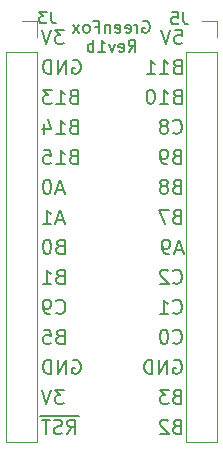
<source format=gbr>
%TF.GenerationSoftware,KiCad,Pcbnew,6.0.2-378541a8eb~116~ubuntu21.10.1*%
%TF.CreationDate,2022-02-16T23:17:44+01:00*%
%TF.ProjectId,GreenFox,47726565-6e46-46f7-982e-6b696361645f,Rev1*%
%TF.SameCoordinates,PX6d01460PY68c4118*%
%TF.FileFunction,Legend,Bot*%
%TF.FilePolarity,Positive*%
%FSLAX46Y46*%
G04 Gerber Fmt 4.6, Leading zero omitted, Abs format (unit mm)*
G04 Created by KiCad (PCBNEW 6.0.2-378541a8eb~116~ubuntu21.10.1) date 2022-02-16 23:17:44*
%MOMM*%
%LPD*%
G01*
G04 APERTURE LIST*
%ADD10C,0.150000*%
%ADD11C,0.200000*%
%ADD12C,0.120000*%
G04 APERTURE END LIST*
D10*
X12802857Y45110000D02*
X12898095Y45157620D01*
X13040952Y45157620D01*
X13183809Y45110000D01*
X13279047Y45014762D01*
X13326666Y44919524D01*
X13374285Y44729048D01*
X13374285Y44586191D01*
X13326666Y44395715D01*
X13279047Y44300477D01*
X13183809Y44205239D01*
X13040952Y44157620D01*
X12945714Y44157620D01*
X12802857Y44205239D01*
X12755238Y44252858D01*
X12755238Y44586191D01*
X12945714Y44586191D01*
X12326666Y44157620D02*
X12326666Y44824286D01*
X12326666Y44633810D02*
X12279047Y44729048D01*
X12231428Y44776667D01*
X12136190Y44824286D01*
X12040952Y44824286D01*
X11326666Y44205239D02*
X11421904Y44157620D01*
X11612380Y44157620D01*
X11707619Y44205239D01*
X11755238Y44300477D01*
X11755238Y44681429D01*
X11707619Y44776667D01*
X11612380Y44824286D01*
X11421904Y44824286D01*
X11326666Y44776667D01*
X11279047Y44681429D01*
X11279047Y44586191D01*
X11755238Y44490953D01*
X10469523Y44205239D02*
X10564761Y44157620D01*
X10755238Y44157620D01*
X10850476Y44205239D01*
X10898095Y44300477D01*
X10898095Y44681429D01*
X10850476Y44776667D01*
X10755238Y44824286D01*
X10564761Y44824286D01*
X10469523Y44776667D01*
X10421904Y44681429D01*
X10421904Y44586191D01*
X10898095Y44490953D01*
X9993333Y44824286D02*
X9993333Y44157620D01*
X9993333Y44729048D02*
X9945714Y44776667D01*
X9850476Y44824286D01*
X9707619Y44824286D01*
X9612380Y44776667D01*
X9564761Y44681429D01*
X9564761Y44157620D01*
X8755238Y44681429D02*
X9088571Y44681429D01*
X9088571Y44157620D02*
X9088571Y45157620D01*
X8612380Y45157620D01*
X8088571Y44157620D02*
X8183809Y44205239D01*
X8231428Y44252858D01*
X8279047Y44348096D01*
X8279047Y44633810D01*
X8231428Y44729048D01*
X8183809Y44776667D01*
X8088571Y44824286D01*
X7945714Y44824286D01*
X7850476Y44776667D01*
X7802857Y44729048D01*
X7755238Y44633810D01*
X7755238Y44348096D01*
X7802857Y44252858D01*
X7850476Y44205239D01*
X7945714Y44157620D01*
X8088571Y44157620D01*
X7421904Y44157620D02*
X6898095Y44824286D01*
X7421904Y44824286D02*
X6898095Y44157620D01*
X11588571Y42547620D02*
X11921904Y43023810D01*
X12160000Y42547620D02*
X12160000Y43547620D01*
X11779047Y43547620D01*
X11683809Y43500000D01*
X11636190Y43452381D01*
X11588571Y43357143D01*
X11588571Y43214286D01*
X11636190Y43119048D01*
X11683809Y43071429D01*
X11779047Y43023810D01*
X12160000Y43023810D01*
X10779047Y42595239D02*
X10874285Y42547620D01*
X11064761Y42547620D01*
X11160000Y42595239D01*
X11207619Y42690477D01*
X11207619Y43071429D01*
X11160000Y43166667D01*
X11064761Y43214286D01*
X10874285Y43214286D01*
X10779047Y43166667D01*
X10731428Y43071429D01*
X10731428Y42976191D01*
X11207619Y42880953D01*
X10398095Y43214286D02*
X10160000Y42547620D01*
X9921904Y43214286D01*
X9017142Y42547620D02*
X9588571Y42547620D01*
X9302857Y42547620D02*
X9302857Y43547620D01*
X9398095Y43404762D01*
X9493333Y43309524D01*
X9588571Y43261905D01*
X8588571Y42547620D02*
X8588571Y43547620D01*
X8588571Y43166667D02*
X8493333Y43214286D01*
X8302857Y43214286D01*
X8207619Y43166667D01*
X8160000Y43119048D01*
X8112380Y43023810D01*
X8112380Y42738096D01*
X8160000Y42642858D01*
X8207619Y42595239D01*
X8302857Y42547620D01*
X8493333Y42547620D01*
X8588571Y42595239D01*
D11*
X6110619Y13928643D02*
X5367761Y13928643D01*
X5767761Y13471500D01*
X5596333Y13471500D01*
X5482047Y13414358D01*
X5424904Y13357215D01*
X5367761Y13242929D01*
X5367761Y12957215D01*
X5424904Y12842929D01*
X5482047Y12785786D01*
X5596333Y12728643D01*
X5939190Y12728643D01*
X6053476Y12785786D01*
X6110619Y12842929D01*
X5024904Y13928643D02*
X4624904Y12728643D01*
X4224904Y13928643D01*
X7367761Y11727500D02*
X6167761Y11727500D01*
X6396333Y10188643D02*
X6796333Y10760072D01*
X7082047Y10188643D02*
X7082047Y11388643D01*
X6624904Y11388643D01*
X6510619Y11331500D01*
X6453476Y11274358D01*
X6396333Y11160072D01*
X6396333Y10988643D01*
X6453476Y10874358D01*
X6510619Y10817215D01*
X6624904Y10760072D01*
X7082047Y10760072D01*
X6167761Y11727500D02*
X5024904Y11727500D01*
X5939190Y10245786D02*
X5767761Y10188643D01*
X5482047Y10188643D01*
X5367761Y10245786D01*
X5310619Y10302929D01*
X5253476Y10417215D01*
X5253476Y10531500D01*
X5310619Y10645786D01*
X5367761Y10702929D01*
X5482047Y10760072D01*
X5710619Y10817215D01*
X5824904Y10874358D01*
X5882047Y10931500D01*
X5939190Y11045786D01*
X5939190Y11160072D01*
X5882047Y11274358D01*
X5824904Y11331500D01*
X5710619Y11388643D01*
X5424904Y11388643D01*
X5253476Y11331500D01*
X5024904Y11727500D02*
X4110619Y11727500D01*
X4910619Y11388643D02*
X4224904Y11388643D01*
X4567761Y10188643D02*
X4567761Y11388643D01*
X6110619Y44408643D02*
X5367761Y44408643D01*
X5767761Y43951500D01*
X5596333Y43951500D01*
X5482047Y43894358D01*
X5424904Y43837215D01*
X5367761Y43722929D01*
X5367761Y43437215D01*
X5424904Y43322929D01*
X5482047Y43265786D01*
X5596333Y43208643D01*
X5939190Y43208643D01*
X6053476Y43265786D01*
X6110619Y43322929D01*
X5024904Y44408643D02*
X4624904Y43208643D01*
X4224904Y44408643D01*
X6853476Y16411500D02*
X6967761Y16468643D01*
X7139190Y16468643D01*
X7310619Y16411500D01*
X7424904Y16297215D01*
X7482047Y16182929D01*
X7539190Y15954358D01*
X7539190Y15782929D01*
X7482047Y15554358D01*
X7424904Y15440072D01*
X7310619Y15325786D01*
X7139190Y15268643D01*
X7024904Y15268643D01*
X6853476Y15325786D01*
X6796333Y15382929D01*
X6796333Y15782929D01*
X7024904Y15782929D01*
X6282047Y15268643D02*
X6282047Y16468643D01*
X5596333Y15268643D01*
X5596333Y16468643D01*
X5024904Y15268643D02*
X5024904Y16468643D01*
X4739190Y16468643D01*
X4567761Y16411500D01*
X4453476Y16297215D01*
X4396333Y16182929D01*
X4339190Y15954358D01*
X4339190Y15782929D01*
X4396333Y15554358D01*
X4453476Y15440072D01*
X4567761Y15325786D01*
X4739190Y15268643D01*
X5024904Y15268643D01*
X5767761Y26057215D02*
X5596333Y26000072D01*
X5539190Y25942929D01*
X5482047Y25828643D01*
X5482047Y25657215D01*
X5539190Y25542929D01*
X5596333Y25485786D01*
X5710619Y25428643D01*
X6167761Y25428643D01*
X6167761Y26628643D01*
X5767761Y26628643D01*
X5653476Y26571500D01*
X5596333Y26514358D01*
X5539190Y26400072D01*
X5539190Y26285786D01*
X5596333Y26171500D01*
X5653476Y26114358D01*
X5767761Y26057215D01*
X6167761Y26057215D01*
X4739190Y26628643D02*
X4624904Y26628643D01*
X4510619Y26571500D01*
X4453476Y26514358D01*
X4396333Y26400072D01*
X4339190Y26171500D01*
X4339190Y25885786D01*
X4396333Y25657215D01*
X4453476Y25542929D01*
X4510619Y25485786D01*
X4624904Y25428643D01*
X4739190Y25428643D01*
X4853476Y25485786D01*
X4910619Y25542929D01*
X4967761Y25657215D01*
X5024904Y25885786D01*
X5024904Y26171500D01*
X4967761Y26400072D01*
X4910619Y26514358D01*
X4853476Y26571500D01*
X4739190Y26628643D01*
X5767761Y18437215D02*
X5596333Y18380072D01*
X5539190Y18322929D01*
X5482047Y18208643D01*
X5482047Y18037215D01*
X5539190Y17922929D01*
X5596333Y17865786D01*
X5710619Y17808643D01*
X6167761Y17808643D01*
X6167761Y19008643D01*
X5767761Y19008643D01*
X5653476Y18951500D01*
X5596333Y18894358D01*
X5539190Y18780072D01*
X5539190Y18665786D01*
X5596333Y18551500D01*
X5653476Y18494358D01*
X5767761Y18437215D01*
X6167761Y18437215D01*
X4396333Y19008643D02*
X4967761Y19008643D01*
X5024904Y18437215D01*
X4967761Y18494358D01*
X4853476Y18551500D01*
X4567761Y18551500D01*
X4453476Y18494358D01*
X4396333Y18437215D01*
X4339190Y18322929D01*
X4339190Y18037215D01*
X4396333Y17922929D01*
X4453476Y17865786D01*
X4567761Y17808643D01*
X4853476Y17808643D01*
X4967761Y17865786D01*
X5024904Y17922929D01*
X6053476Y28311500D02*
X5482047Y28311500D01*
X6167761Y27968643D02*
X5767761Y29168643D01*
X5367761Y27968643D01*
X4339190Y27968643D02*
X5024904Y27968643D01*
X4682047Y27968643D02*
X4682047Y29168643D01*
X4796333Y28997215D01*
X4910619Y28882929D01*
X5024904Y28825786D01*
X6910619Y38757215D02*
X6739190Y38700072D01*
X6682047Y38642929D01*
X6624904Y38528643D01*
X6624904Y38357215D01*
X6682047Y38242929D01*
X6739190Y38185786D01*
X6853476Y38128643D01*
X7310619Y38128643D01*
X7310619Y39328643D01*
X6910619Y39328643D01*
X6796333Y39271500D01*
X6739190Y39214358D01*
X6682047Y39100072D01*
X6682047Y38985786D01*
X6739190Y38871500D01*
X6796333Y38814358D01*
X6910619Y38757215D01*
X7310619Y38757215D01*
X5482047Y38128643D02*
X6167761Y38128643D01*
X5824904Y38128643D02*
X5824904Y39328643D01*
X5939190Y39157215D01*
X6053476Y39042929D01*
X6167761Y38985786D01*
X5082047Y39328643D02*
X4339190Y39328643D01*
X4739190Y38871500D01*
X4567761Y38871500D01*
X4453476Y38814358D01*
X4396333Y38757215D01*
X4339190Y38642929D01*
X4339190Y38357215D01*
X4396333Y38242929D01*
X4453476Y38185786D01*
X4567761Y38128643D01*
X4910619Y38128643D01*
X5024904Y38185786D01*
X5082047Y38242929D01*
X6853476Y41811500D02*
X6967761Y41868643D01*
X7139190Y41868643D01*
X7310619Y41811500D01*
X7424904Y41697215D01*
X7482047Y41582929D01*
X7539190Y41354358D01*
X7539190Y41182929D01*
X7482047Y40954358D01*
X7424904Y40840072D01*
X7310619Y40725786D01*
X7139190Y40668643D01*
X7024904Y40668643D01*
X6853476Y40725786D01*
X6796333Y40782929D01*
X6796333Y41182929D01*
X7024904Y41182929D01*
X6282047Y40668643D02*
X6282047Y41868643D01*
X5596333Y40668643D01*
X5596333Y41868643D01*
X5024904Y40668643D02*
X5024904Y41868643D01*
X4739190Y41868643D01*
X4567761Y41811500D01*
X4453476Y41697215D01*
X4396333Y41582929D01*
X4339190Y41354358D01*
X4339190Y41182929D01*
X4396333Y40954358D01*
X4453476Y40840072D01*
X4567761Y40725786D01*
X4739190Y40668643D01*
X5024904Y40668643D01*
X6910619Y36217215D02*
X6739190Y36160072D01*
X6682047Y36102929D01*
X6624904Y35988643D01*
X6624904Y35817215D01*
X6682047Y35702929D01*
X6739190Y35645786D01*
X6853476Y35588643D01*
X7310619Y35588643D01*
X7310619Y36788643D01*
X6910619Y36788643D01*
X6796333Y36731500D01*
X6739190Y36674358D01*
X6682047Y36560072D01*
X6682047Y36445786D01*
X6739190Y36331500D01*
X6796333Y36274358D01*
X6910619Y36217215D01*
X7310619Y36217215D01*
X5482047Y35588643D02*
X6167761Y35588643D01*
X5824904Y35588643D02*
X5824904Y36788643D01*
X5939190Y36617215D01*
X6053476Y36502929D01*
X6167761Y36445786D01*
X4453476Y36388643D02*
X4453476Y35588643D01*
X4739190Y36845786D02*
X5024904Y35988643D01*
X4282047Y35988643D01*
X5767761Y23517215D02*
X5596333Y23460072D01*
X5539190Y23402929D01*
X5482047Y23288643D01*
X5482047Y23117215D01*
X5539190Y23002929D01*
X5596333Y22945786D01*
X5710619Y22888643D01*
X6167761Y22888643D01*
X6167761Y24088643D01*
X5767761Y24088643D01*
X5653476Y24031500D01*
X5596333Y23974358D01*
X5539190Y23860072D01*
X5539190Y23745786D01*
X5596333Y23631500D01*
X5653476Y23574358D01*
X5767761Y23517215D01*
X6167761Y23517215D01*
X4339190Y22888643D02*
X5024904Y22888643D01*
X4682047Y22888643D02*
X4682047Y24088643D01*
X4796333Y23917215D01*
X4910619Y23802929D01*
X5024904Y23745786D01*
X5482047Y20462929D02*
X5539190Y20405786D01*
X5710619Y20348643D01*
X5824904Y20348643D01*
X5996333Y20405786D01*
X6110619Y20520072D01*
X6167761Y20634358D01*
X6224904Y20862929D01*
X6224904Y21034358D01*
X6167761Y21262929D01*
X6110619Y21377215D01*
X5996333Y21491500D01*
X5824904Y21548643D01*
X5710619Y21548643D01*
X5539190Y21491500D01*
X5482047Y21434358D01*
X4910619Y20348643D02*
X4682047Y20348643D01*
X4567761Y20405786D01*
X4510619Y20462929D01*
X4396333Y20634358D01*
X4339190Y20862929D01*
X4339190Y21320072D01*
X4396333Y21434358D01*
X4453476Y21491500D01*
X4567761Y21548643D01*
X4796333Y21548643D01*
X4910619Y21491500D01*
X4967761Y21434358D01*
X5024904Y21320072D01*
X5024904Y21034358D01*
X4967761Y20920072D01*
X4910619Y20862929D01*
X4796333Y20805786D01*
X4567761Y20805786D01*
X4453476Y20862929D01*
X4396333Y20920072D01*
X4339190Y21034358D01*
X6910619Y33677215D02*
X6739190Y33620072D01*
X6682047Y33562929D01*
X6624904Y33448643D01*
X6624904Y33277215D01*
X6682047Y33162929D01*
X6739190Y33105786D01*
X6853476Y33048643D01*
X7310619Y33048643D01*
X7310619Y34248643D01*
X6910619Y34248643D01*
X6796333Y34191500D01*
X6739190Y34134358D01*
X6682047Y34020072D01*
X6682047Y33905786D01*
X6739190Y33791500D01*
X6796333Y33734358D01*
X6910619Y33677215D01*
X7310619Y33677215D01*
X5482047Y33048643D02*
X6167761Y33048643D01*
X5824904Y33048643D02*
X5824904Y34248643D01*
X5939190Y34077215D01*
X6053476Y33962929D01*
X6167761Y33905786D01*
X4396333Y34248643D02*
X4967761Y34248643D01*
X5024904Y33677215D01*
X4967761Y33734358D01*
X4853476Y33791500D01*
X4567761Y33791500D01*
X4453476Y33734358D01*
X4396333Y33677215D01*
X4339190Y33562929D01*
X4339190Y33277215D01*
X4396333Y33162929D01*
X4453476Y33105786D01*
X4567761Y33048643D01*
X4853476Y33048643D01*
X4967761Y33105786D01*
X5024904Y33162929D01*
X6053476Y30851500D02*
X5482047Y30851500D01*
X6167761Y30508643D02*
X5767761Y31708643D01*
X5367761Y30508643D01*
X4739190Y31708643D02*
X4624904Y31708643D01*
X4510619Y31651500D01*
X4453476Y31594358D01*
X4396333Y31480072D01*
X4339190Y31251500D01*
X4339190Y30965786D01*
X4396333Y30737215D01*
X4453476Y30622929D01*
X4510619Y30565786D01*
X4624904Y30508643D01*
X4739190Y30508643D01*
X4853476Y30565786D01*
X4910619Y30622929D01*
X4967761Y30737215D01*
X5024904Y30965786D01*
X5024904Y31251500D01*
X4967761Y31480072D01*
X4910619Y31594358D01*
X4853476Y31651500D01*
X4739190Y31708643D01*
X15379356Y17922929D02*
X15436499Y17865786D01*
X15607927Y17808643D01*
X15722213Y17808643D01*
X15893642Y17865786D01*
X16007927Y17980072D01*
X16065070Y18094358D01*
X16122213Y18322929D01*
X16122213Y18494358D01*
X16065070Y18722929D01*
X16007927Y18837215D01*
X15893642Y18951500D01*
X15722213Y19008643D01*
X15607927Y19008643D01*
X15436499Y18951500D01*
X15379356Y18894358D01*
X14636499Y19008643D02*
X14522213Y19008643D01*
X14407927Y18951500D01*
X14350785Y18894358D01*
X14293642Y18780072D01*
X14236499Y18551500D01*
X14236499Y18265786D01*
X14293642Y18037215D01*
X14350785Y17922929D01*
X14407927Y17865786D01*
X14522213Y17808643D01*
X14636499Y17808643D01*
X14750785Y17865786D01*
X14807927Y17922929D01*
X14865070Y18037215D01*
X14922213Y18265786D01*
X14922213Y18551500D01*
X14865070Y18780072D01*
X14807927Y18894358D01*
X14750785Y18951500D01*
X14636499Y19008643D01*
X15665070Y13357215D02*
X15493642Y13300072D01*
X15436499Y13242929D01*
X15379356Y13128643D01*
X15379356Y12957215D01*
X15436499Y12842929D01*
X15493642Y12785786D01*
X15607927Y12728643D01*
X16065070Y12728643D01*
X16065070Y13928643D01*
X15665070Y13928643D01*
X15550785Y13871500D01*
X15493642Y13814358D01*
X15436499Y13700072D01*
X15436499Y13585786D01*
X15493642Y13471500D01*
X15550785Y13414358D01*
X15665070Y13357215D01*
X16065070Y13357215D01*
X14979356Y13928643D02*
X14236499Y13928643D01*
X14636499Y13471500D01*
X14465070Y13471500D01*
X14350785Y13414358D01*
X14293642Y13357215D01*
X14236499Y13242929D01*
X14236499Y12957215D01*
X14293642Y12842929D01*
X14350785Y12785786D01*
X14465070Y12728643D01*
X14807927Y12728643D01*
X14922213Y12785786D01*
X14979356Y12842929D01*
X15379356Y35702929D02*
X15436499Y35645786D01*
X15607927Y35588643D01*
X15722213Y35588643D01*
X15893642Y35645786D01*
X16007927Y35760072D01*
X16065070Y35874358D01*
X16122213Y36102929D01*
X16122213Y36274358D01*
X16065070Y36502929D01*
X16007927Y36617215D01*
X15893642Y36731500D01*
X15722213Y36788643D01*
X15607927Y36788643D01*
X15436499Y36731500D01*
X15379356Y36674358D01*
X14693642Y36274358D02*
X14807927Y36331500D01*
X14865070Y36388643D01*
X14922213Y36502929D01*
X14922213Y36560072D01*
X14865070Y36674358D01*
X14807927Y36731500D01*
X14693642Y36788643D01*
X14465070Y36788643D01*
X14350785Y36731500D01*
X14293642Y36674358D01*
X14236499Y36560072D01*
X14236499Y36502929D01*
X14293642Y36388643D01*
X14350785Y36331500D01*
X14465070Y36274358D01*
X14693642Y36274358D01*
X14807927Y36217215D01*
X14865070Y36160072D01*
X14922213Y36045786D01*
X14922213Y35817215D01*
X14865070Y35702929D01*
X14807927Y35645786D01*
X14693642Y35588643D01*
X14465070Y35588643D01*
X14350785Y35645786D01*
X14293642Y35702929D01*
X14236499Y35817215D01*
X14236499Y36045786D01*
X14293642Y36160072D01*
X14350785Y36217215D01*
X14465070Y36274358D01*
X15665070Y28597215D02*
X15493642Y28540072D01*
X15436499Y28482929D01*
X15379356Y28368643D01*
X15379356Y28197215D01*
X15436499Y28082929D01*
X15493642Y28025786D01*
X15607927Y27968643D01*
X16065070Y27968643D01*
X16065070Y29168643D01*
X15665070Y29168643D01*
X15550785Y29111500D01*
X15493642Y29054358D01*
X15436499Y28940072D01*
X15436499Y28825786D01*
X15493642Y28711500D01*
X15550785Y28654358D01*
X15665070Y28597215D01*
X16065070Y28597215D01*
X14979356Y29168643D02*
X14179356Y29168643D01*
X14693642Y27968643D01*
X16122213Y25771500D02*
X15550785Y25771500D01*
X16236499Y25428643D02*
X15836499Y26628643D01*
X15436499Y25428643D01*
X14979356Y25428643D02*
X14750785Y25428643D01*
X14636499Y25485786D01*
X14579356Y25542929D01*
X14465070Y25714358D01*
X14407927Y25942929D01*
X14407927Y26400072D01*
X14465070Y26514358D01*
X14522213Y26571500D01*
X14636499Y26628643D01*
X14865070Y26628643D01*
X14979356Y26571500D01*
X15036499Y26514358D01*
X15093642Y26400072D01*
X15093642Y26114358D01*
X15036499Y26000072D01*
X14979356Y25942929D01*
X14865070Y25885786D01*
X14636499Y25885786D01*
X14522213Y25942929D01*
X14465070Y26000072D01*
X14407927Y26114358D01*
X15665070Y31137215D02*
X15493642Y31080072D01*
X15436499Y31022929D01*
X15379356Y30908643D01*
X15379356Y30737215D01*
X15436499Y30622929D01*
X15493642Y30565786D01*
X15607927Y30508643D01*
X16065070Y30508643D01*
X16065070Y31708643D01*
X15665070Y31708643D01*
X15550785Y31651500D01*
X15493642Y31594358D01*
X15436499Y31480072D01*
X15436499Y31365786D01*
X15493642Y31251500D01*
X15550785Y31194358D01*
X15665070Y31137215D01*
X16065070Y31137215D01*
X14693642Y31194358D02*
X14807927Y31251500D01*
X14865070Y31308643D01*
X14922213Y31422929D01*
X14922213Y31480072D01*
X14865070Y31594358D01*
X14807927Y31651500D01*
X14693642Y31708643D01*
X14465070Y31708643D01*
X14350785Y31651500D01*
X14293642Y31594358D01*
X14236499Y31480072D01*
X14236499Y31422929D01*
X14293642Y31308643D01*
X14350785Y31251500D01*
X14465070Y31194358D01*
X14693642Y31194358D01*
X14807927Y31137215D01*
X14865070Y31080072D01*
X14922213Y30965786D01*
X14922213Y30737215D01*
X14865070Y30622929D01*
X14807927Y30565786D01*
X14693642Y30508643D01*
X14465070Y30508643D01*
X14350785Y30565786D01*
X14293642Y30622929D01*
X14236499Y30737215D01*
X14236499Y30965786D01*
X14293642Y31080072D01*
X14350785Y31137215D01*
X14465070Y31194358D01*
X15690428Y41297215D02*
X15519000Y41240072D01*
X15461857Y41182929D01*
X15404714Y41068643D01*
X15404714Y40897215D01*
X15461857Y40782929D01*
X15519000Y40725786D01*
X15633285Y40668643D01*
X16090428Y40668643D01*
X16090428Y41868643D01*
X15690428Y41868643D01*
X15576143Y41811500D01*
X15519000Y41754358D01*
X15461857Y41640072D01*
X15461857Y41525786D01*
X15519000Y41411500D01*
X15576143Y41354358D01*
X15690428Y41297215D01*
X16090428Y41297215D01*
X14261857Y40668643D02*
X14947571Y40668643D01*
X14604714Y40668643D02*
X14604714Y41868643D01*
X14719000Y41697215D01*
X14833285Y41582929D01*
X14947571Y41525786D01*
X13119000Y40668643D02*
X13804714Y40668643D01*
X13461857Y40668643D02*
X13461857Y41868643D01*
X13576143Y41697215D01*
X13690428Y41582929D01*
X13804714Y41525786D01*
X15436499Y16411500D02*
X15550785Y16468643D01*
X15722213Y16468643D01*
X15893642Y16411500D01*
X16007927Y16297215D01*
X16065070Y16182929D01*
X16122213Y15954358D01*
X16122213Y15782929D01*
X16065070Y15554358D01*
X16007927Y15440072D01*
X15893642Y15325786D01*
X15722213Y15268643D01*
X15607927Y15268643D01*
X15436499Y15325786D01*
X15379356Y15382929D01*
X15379356Y15782929D01*
X15607927Y15782929D01*
X14865070Y15268643D02*
X14865070Y16468643D01*
X14179356Y15268643D01*
X14179356Y16468643D01*
X13607927Y15268643D02*
X13607927Y16468643D01*
X13322213Y16468643D01*
X13150785Y16411500D01*
X13036499Y16297215D01*
X12979356Y16182929D01*
X12922213Y15954358D01*
X12922213Y15782929D01*
X12979356Y15554358D01*
X13036499Y15440072D01*
X13150785Y15325786D01*
X13322213Y15268643D01*
X13607927Y15268643D01*
X15690428Y38757215D02*
X15519000Y38700072D01*
X15461857Y38642929D01*
X15404714Y38528643D01*
X15404714Y38357215D01*
X15461857Y38242929D01*
X15519000Y38185786D01*
X15633285Y38128643D01*
X16090428Y38128643D01*
X16090428Y39328643D01*
X15690428Y39328643D01*
X15576143Y39271500D01*
X15519000Y39214358D01*
X15461857Y39100072D01*
X15461857Y38985786D01*
X15519000Y38871500D01*
X15576143Y38814358D01*
X15690428Y38757215D01*
X16090428Y38757215D01*
X14261857Y38128643D02*
X14947571Y38128643D01*
X14604714Y38128643D02*
X14604714Y39328643D01*
X14719000Y39157215D01*
X14833285Y39042929D01*
X14947571Y38985786D01*
X13519000Y39328643D02*
X13404714Y39328643D01*
X13290428Y39271500D01*
X13233285Y39214358D01*
X13176143Y39100072D01*
X13119000Y38871500D01*
X13119000Y38585786D01*
X13176143Y38357215D01*
X13233285Y38242929D01*
X13290428Y38185786D01*
X13404714Y38128643D01*
X13519000Y38128643D01*
X13633285Y38185786D01*
X13690428Y38242929D01*
X13747571Y38357215D01*
X13804714Y38585786D01*
X13804714Y38871500D01*
X13747571Y39100072D01*
X13690428Y39214358D01*
X13633285Y39271500D01*
X13519000Y39328643D01*
X15665070Y33677215D02*
X15493642Y33620072D01*
X15436499Y33562929D01*
X15379356Y33448643D01*
X15379356Y33277215D01*
X15436499Y33162929D01*
X15493642Y33105786D01*
X15607927Y33048643D01*
X16065070Y33048643D01*
X16065070Y34248643D01*
X15665070Y34248643D01*
X15550785Y34191500D01*
X15493642Y34134358D01*
X15436499Y34020072D01*
X15436499Y33905786D01*
X15493642Y33791500D01*
X15550785Y33734358D01*
X15665070Y33677215D01*
X16065070Y33677215D01*
X14807927Y33048643D02*
X14579356Y33048643D01*
X14465070Y33105786D01*
X14407927Y33162929D01*
X14293642Y33334358D01*
X14236499Y33562929D01*
X14236499Y34020072D01*
X14293642Y34134358D01*
X14350785Y34191500D01*
X14465070Y34248643D01*
X14693642Y34248643D01*
X14807927Y34191500D01*
X14865070Y34134358D01*
X14922213Y34020072D01*
X14922213Y33734358D01*
X14865070Y33620072D01*
X14807927Y33562929D01*
X14693642Y33505786D01*
X14465070Y33505786D01*
X14350785Y33562929D01*
X14293642Y33620072D01*
X14236499Y33734358D01*
X15519000Y44408643D02*
X16090428Y44408643D01*
X16147571Y43837215D01*
X16090428Y43894358D01*
X15976143Y43951500D01*
X15690428Y43951500D01*
X15576143Y43894358D01*
X15519000Y43837215D01*
X15461857Y43722929D01*
X15461857Y43437215D01*
X15519000Y43322929D01*
X15576143Y43265786D01*
X15690428Y43208643D01*
X15976143Y43208643D01*
X16090428Y43265786D01*
X16147571Y43322929D01*
X15119000Y44408643D02*
X14719000Y43208643D01*
X14319000Y44408643D01*
X15665070Y10817215D02*
X15493642Y10760072D01*
X15436499Y10702929D01*
X15379356Y10588643D01*
X15379356Y10417215D01*
X15436499Y10302929D01*
X15493642Y10245786D01*
X15607927Y10188643D01*
X16065070Y10188643D01*
X16065070Y11388643D01*
X15665070Y11388643D01*
X15550785Y11331500D01*
X15493642Y11274358D01*
X15436499Y11160072D01*
X15436499Y11045786D01*
X15493642Y10931500D01*
X15550785Y10874358D01*
X15665070Y10817215D01*
X16065070Y10817215D01*
X14922213Y11274358D02*
X14865070Y11331500D01*
X14750785Y11388643D01*
X14465070Y11388643D01*
X14350785Y11331500D01*
X14293642Y11274358D01*
X14236499Y11160072D01*
X14236499Y11045786D01*
X14293642Y10874358D01*
X14979356Y10188643D01*
X14236499Y10188643D01*
X15379356Y23002929D02*
X15436499Y22945786D01*
X15607927Y22888643D01*
X15722213Y22888643D01*
X15893642Y22945786D01*
X16007927Y23060072D01*
X16065070Y23174358D01*
X16122213Y23402929D01*
X16122213Y23574358D01*
X16065070Y23802929D01*
X16007927Y23917215D01*
X15893642Y24031500D01*
X15722213Y24088643D01*
X15607927Y24088643D01*
X15436499Y24031500D01*
X15379356Y23974358D01*
X14922213Y23974358D02*
X14865070Y24031500D01*
X14750785Y24088643D01*
X14465070Y24088643D01*
X14350785Y24031500D01*
X14293642Y23974358D01*
X14236499Y23860072D01*
X14236499Y23745786D01*
X14293642Y23574358D01*
X14979356Y22888643D01*
X14236499Y22888643D01*
X15379356Y20462929D02*
X15436499Y20405786D01*
X15607927Y20348643D01*
X15722213Y20348643D01*
X15893642Y20405786D01*
X16007927Y20520072D01*
X16065070Y20634358D01*
X16122213Y20862929D01*
X16122213Y21034358D01*
X16065070Y21262929D01*
X16007927Y21377215D01*
X15893642Y21491500D01*
X15722213Y21548643D01*
X15607927Y21548643D01*
X15436499Y21491500D01*
X15379356Y21434358D01*
X14236499Y20348643D02*
X14922213Y20348643D01*
X14579356Y20348643D02*
X14579356Y21548643D01*
X14693642Y21377215D01*
X14807927Y21262929D01*
X14922213Y21205786D01*
D10*
%TO.C,J5*%
X16208333Y45886620D02*
X16208333Y45172334D01*
X16255952Y45029477D01*
X16351190Y44934239D01*
X16494047Y44886620D01*
X16589285Y44886620D01*
X15255952Y45886620D02*
X15732142Y45886620D01*
X15779761Y45410429D01*
X15732142Y45458048D01*
X15636904Y45505667D01*
X15398809Y45505667D01*
X15303571Y45458048D01*
X15255952Y45410429D01*
X15208333Y45315191D01*
X15208333Y45077096D01*
X15255952Y44981858D01*
X15303571Y44934239D01*
X15398809Y44886620D01*
X15636904Y44886620D01*
X15732142Y44934239D01*
X15779761Y44981858D01*
%TO.C,J3*%
X5032333Y45950120D02*
X5032333Y45235834D01*
X5079952Y45092977D01*
X5175190Y44997739D01*
X5318047Y44950120D01*
X5413285Y44950120D01*
X4651380Y45950120D02*
X4032333Y45950120D01*
X4365666Y45569167D01*
X4222809Y45569167D01*
X4127571Y45521548D01*
X4079952Y45473929D01*
X4032333Y45378691D01*
X4032333Y45140596D01*
X4079952Y45045358D01*
X4127571Y44997739D01*
X4222809Y44950120D01*
X4508523Y44950120D01*
X4603761Y44997739D01*
X4651380Y45045358D01*
D12*
%TO.C,J5*%
X19110000Y45145000D02*
X17780000Y45145000D01*
X19110000Y43815000D02*
X19110000Y45145000D01*
X19110000Y42545000D02*
X16450000Y42545000D01*
X16450000Y42545000D02*
X16450000Y9465000D01*
X19110000Y42545000D02*
X19110000Y9465000D01*
X19110000Y9465000D02*
X16450000Y9465000D01*
%TO.C,J3*%
X3870000Y45145000D02*
X2540000Y45145000D01*
X3870000Y43815000D02*
X3870000Y45145000D01*
X3870000Y42545000D02*
X1210000Y42545000D01*
X1210000Y42545000D02*
X1210000Y9465000D01*
X3870000Y42545000D02*
X3870000Y9465000D01*
X3870000Y9465000D02*
X1210000Y9465000D01*
%TD*%
M02*

</source>
